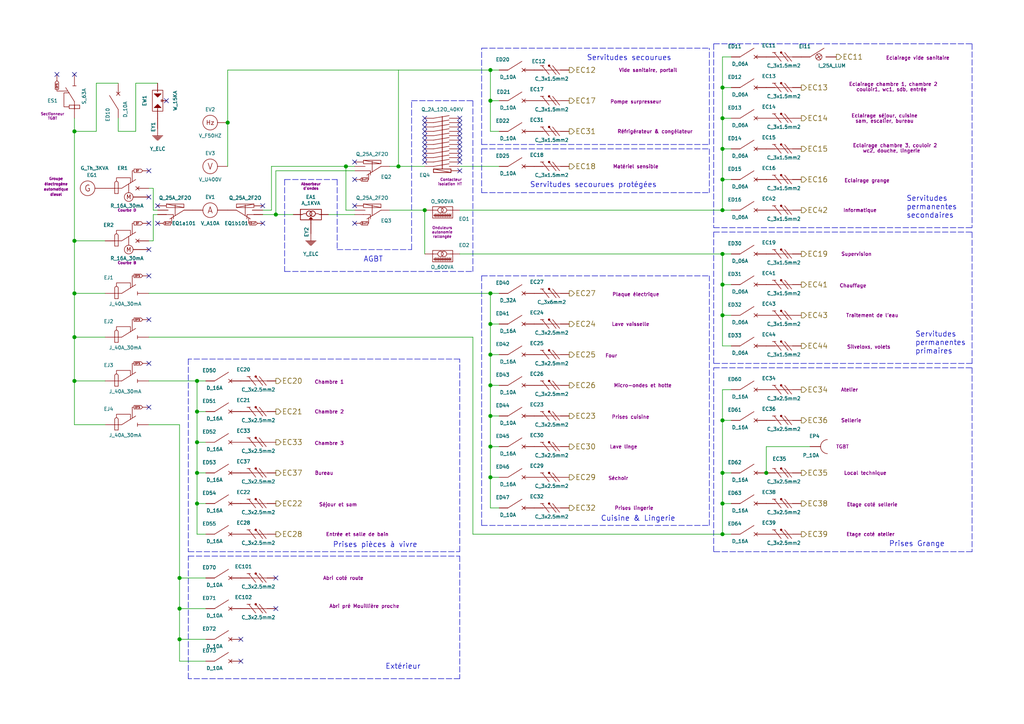
<source format=kicad_sch>
(kicad_sch (version 20230121) (generator eeschema)
  (paper "A4")
  (title_block (title "Exemple librairie elec-unifil") (date "4 jan 2006") (rev "0.3") (comment 1 "Applications pour Electricite"))
  (junction (at 209.55 52.07) (diameter 1.016))
  (junction (at 142.24 120.65) (diameter 1.016))
  (junction (at 57.15 110.49) (diameter 1.016))
  (junction (at 142.24 129.54) (diameter 1.016))
  (junction (at 209.55 121.92) (diameter 1.016))
  (junction (at 57.15 137.16) (diameter 1.016))
  (junction (at 80.01 62.23) (diameter 1.016))
  (junction (at 209.55 25.4) (diameter 1.016))
  (junction (at 21.59 85.09) (diameter 1.016))
  (junction (at 209.55 73.66) (diameter 1.016))
  (junction (at 209.55 154.94) (diameter 1.016))
  (junction (at 209.55 91.44) (diameter 1.016))
  (junction (at 21.59 110.49) (diameter 1.016))
  (junction (at 57.15 128.27) (diameter 1.016))
  (junction (at 21.59 69.85) (diameter 1.016))
  (junction (at 115.57 48.26) (diameter 1.016))
  (junction (at 142.24 102.87) (diameter 1.016))
  (junction (at 142.24 29.21) (diameter 1.016))
  (junction (at 66.04 35.56) (diameter 1.016))
  (junction (at 209.55 43.18) (diameter 1.016))
  (junction (at 21.59 38.1) (diameter 1.016))
  (junction (at 100.33 48.26) (diameter 1.016))
  (junction (at 209.55 82.55) (diameter 1.016))
  (junction (at 142.24 20.32) (diameter 1.016))
  (junction (at 142.24 111.76) (diameter 1.016))
  (junction (at 209.55 146.05) (diameter 1.016))
  (junction (at 21.59 97.79) (diameter 1.016))
  (junction (at 57.15 146.05) (diameter 1.016))
  (junction (at 142.24 138.43) (diameter 1.016))
  (junction (at 142.24 85.09) (diameter 1.016))
  (junction (at 222.25 137.16) (diameter 1.016))
  (junction (at 209.55 34.29) (diameter 1.016))
  (junction (at 123.19 60.96) (diameter 1.016))
  (junction (at 52.07 185.42) (diameter 1.016))
  (junction (at 52.07 167.64) (diameter 1.016))
  (junction (at 57.15 119.38) (diameter 1.016))
  (junction (at 209.55 60.96) (diameter 1.016))
  (junction (at 142.24 93.98) (diameter 1.016))
  (junction (at 52.07 176.53) (diameter 1.016))
  (junction (at 209.55 137.16) (diameter 1.016))
  (no_connect (at 123.19 40.64))
  (no_connect (at 45.72 59.69))
  (no_connect (at 76.2 64.77))
  (no_connect (at 43.18 49.53))
  (no_connect (at 43.18 105.41))
  (no_connect (at 133.35 44.45))
  (no_connect (at 43.18 118.11))
  (no_connect (at 102.87 64.77))
  (no_connect (at 21.59 21.59))
  (no_connect (at 80.01 176.53))
  (no_connect (at 69.85 191.77))
  (no_connect (at 102.87 52.07))
  (no_connect (at 102.87 46.99))
  (no_connect (at 48.26 29.21))
  (no_connect (at 123.19 35.56))
  (no_connect (at 133.35 38.1))
  (no_connect (at 123.19 34.29))
  (no_connect (at 123.19 43.18))
  (no_connect (at 123.19 41.91))
  (no_connect (at 123.19 39.37))
  (no_connect (at 123.19 38.1))
  (no_connect (at 43.18 80.01))
  (no_connect (at 133.35 39.37))
  (no_connect (at 43.18 92.71))
  (no_connect (at 133.35 43.18))
  (no_connect (at 123.19 44.45))
  (no_connect (at 133.35 40.64))
  (no_connect (at 43.18 57.15))
  (no_connect (at 80.01 167.64))
  (no_connect (at 45.72 64.77))
  (no_connect (at 133.35 49.53))
  (no_connect (at 102.87 59.69))
  (no_connect (at 123.19 36.83))
  (no_connect (at 133.35 46.99))
  (no_connect (at 133.35 34.29))
  (no_connect (at 133.35 35.56))
  (no_connect (at 43.18 72.39))
  (no_connect (at 43.18 64.77))
  (no_connect (at 133.35 45.72))
  (no_connect (at 69.85 185.42))
  (no_connect (at 76.2 59.69))
  (no_connect (at 133.35 36.83))
  (no_connect (at 123.19 46.99))
  (no_connect (at 16.51 21.59))
  (no_connect (at 123.19 45.72))
  (no_connect (at 133.35 41.91))
  (wire (pts (xy 21.59 110.49) (xy 30.48 110.49)))
  (wire (pts (xy 209.55 34.29) (xy 212.09 34.29)))
  (wire (pts (xy 21.59 97.79) (xy 21.59 110.49)))
  (wire (pts (xy 212.09 137.16) (xy 209.55 137.16)))
  (wire (pts (xy 142.24 29.21) (xy 142.24 38.1)))
  (wire (pts (xy 57.15 119.38) (xy 57.15 128.27)))
  (wire (pts (xy 21.59 97.79) (xy 30.48 97.79)))
  (wire (pts (xy 142.24 85.09) (xy 144.78 85.09)))
  (wire (pts (xy 142.24 102.87) (xy 144.78 102.87)))
  (wire (pts (xy 100.33 48.26) (xy 100.33 60.96)))
  (polyline (pts (xy 281.94 67.31) (xy 281.94 105.41)) (stroke (width 0) (type dash)))
  (polyline (pts (xy 97.79 72.39) (xy 119.38 72.39)) (stroke (width 0) (type dash)))
  (wire (pts (xy 21.59 38.1) (xy 27.94 38.1)))
  (wire (pts (xy 76.2 62.23) (xy 80.01 62.23)))
  (wire (pts (xy 57.15 137.16) (xy 59.69 137.16)))
  (wire (pts (xy 133.35 60.96) (xy 209.55 60.96)))
  (polyline (pts (xy 82.55 52.07) (xy 97.79 52.07)) (stroke (width 0) (type dash)))
  (wire (pts (xy 142.24 20.32) (xy 144.78 20.32)))
  (wire (pts (xy 44.45 69.85) (xy 44.45 62.23)))
  (wire (pts (xy 142.24 138.43) (xy 144.78 138.43)))
  (wire (pts (xy 209.55 154.94) (xy 212.09 154.94)))
  (wire (pts (xy 43.18 97.79) (xy 137.16 97.79)))
  (wire (pts (xy 21.59 85.09) (xy 30.48 85.09)))
  (wire (pts (xy 44.45 54.61) (xy 44.45 60.96)))
  (wire (pts (xy 59.69 185.42) (xy 52.07 185.42)))
  (wire (pts (xy 95.25 62.23) (xy 102.87 62.23)))
  (polyline (pts (xy 281.94 106.68) (xy 281.94 160.02)) (stroke (width 0) (type dash)))
  (wire (pts (xy 57.15 154.94) (xy 59.69 154.94)))
  (wire (pts (xy 57.15 110.49) (xy 59.69 110.49)))
  (wire (pts (xy 142.24 93.98) (xy 142.24 102.87)))
  (wire (pts (xy 66.04 20.32) (xy 66.04 35.56)))
  (wire (pts (xy 137.16 154.94) (xy 209.55 154.94)))
  (polyline (pts (xy 207.01 67.31) (xy 281.94 67.31)) (stroke (width 0) (type dash)))
  (wire (pts (xy 209.55 52.07) (xy 209.55 60.96)))
  (polyline (pts (xy 139.7 13.97) (xy 205.74 13.97)) (stroke (width 0) (type dash)))
  (wire (pts (xy 57.15 137.16) (xy 57.15 146.05)))
  (wire (pts (xy 34.29 34.29) (xy 34.29 38.1)))
  (wire (pts (xy 80.01 62.23) (xy 85.09 62.23)))
  (polyline (pts (xy 205.74 43.18) (xy 205.74 55.88)) (stroke (width 0) (type dash)))
  (wire (pts (xy 115.57 48.26) (xy 123.19 48.26)))
  (wire (pts (xy 43.18 123.19) (xy 52.07 123.19)))
  (wire (pts (xy 209.55 73.66) (xy 209.55 82.55)))
  (polyline (pts (xy 139.7 55.88) (xy 205.74 55.88)) (stroke (width 0) (type dash)))
  (wire (pts (xy 123.19 60.96) (xy 123.19 73.66)))
  (wire (pts (xy 142.24 111.76) (xy 142.24 120.65)))
  (wire (pts (xy 21.59 110.49) (xy 21.59 123.19)))
  (polyline (pts (xy 133.35 161.29) (xy 133.35 196.85)) (stroke (width 0) (type dash)))
  (wire (pts (xy 209.55 43.18) (xy 209.55 52.07)))
  (polyline (pts (xy 281.94 160.02) (xy 207.01 160.02)) (stroke (width 0) (type dash)))
  (wire (pts (xy 212.09 121.92) (xy 209.55 121.92)))
  (wire (pts (xy 209.55 100.33) (xy 212.09 100.33)))
  (wire (pts (xy 21.59 85.09) (xy 21.59 97.79)))
  (wire (pts (xy 52.07 191.77) (xy 59.69 191.77)))
  (wire (pts (xy 212.09 146.05) (xy 209.55 146.05)))
  (wire (pts (xy 142.24 129.54) (xy 144.78 129.54)))
  (wire (pts (xy 113.03 60.96) (xy 123.19 60.96)))
  (wire (pts (xy 142.24 111.76) (xy 144.78 111.76)))
  (polyline (pts (xy 281.94 12.7) (xy 281.94 66.04)) (stroke (width 0) (type dash)))
  (wire (pts (xy 212.09 113.03) (xy 209.55 113.03)))
  (polyline (pts (xy 54.61 160.02) (xy 133.35 160.02)) (stroke (width 0) (type dash)))
  (wire (pts (xy 209.55 16.51) (xy 209.55 25.4)))
  (wire (pts (xy 209.55 137.16) (xy 209.55 146.05)))
  (wire (pts (xy 59.69 119.38) (xy 57.15 119.38)))
  (wire (pts (xy 34.29 38.1) (xy 39.37 38.1)))
  (wire (pts (xy 27.94 38.1) (xy 27.94 24.13)))
  (wire (pts (xy 142.24 38.1) (xy 144.78 38.1)))
  (wire (pts (xy 21.59 38.1) (xy 21.59 69.85)))
  (polyline (pts (xy 139.7 41.91) (xy 205.74 41.91)) (stroke (width 0) (type dash)))
  (wire (pts (xy 52.07 123.19) (xy 52.07 167.64)))
  (polyline (pts (xy 133.35 196.85) (xy 54.61 196.85)) (stroke (width 0) (type dash)))
  (wire (pts (xy 209.55 121.92) (xy 209.55 137.16)))
  (wire (pts (xy 142.24 85.09) (xy 142.24 93.98)))
  (polyline (pts (xy 207.01 106.68) (xy 281.94 106.68)) (stroke (width 0) (type dash)))
  (wire (pts (xy 209.55 25.4) (xy 212.09 25.4)))
  (wire (pts (xy 222.25 129.54) (xy 222.25 137.16)))
  (polyline (pts (xy 137.16 29.21) (xy 137.16 78.74)) (stroke (width 0) (type dash)))
  (polyline (pts (xy 207.01 105.41) (xy 207.01 67.31)) (stroke (width 0) (type dash)))
  (wire (pts (xy 43.18 110.49) (xy 57.15 110.49)))
  (wire (pts (xy 59.69 176.53) (xy 52.07 176.53)))
  (wire (pts (xy 115.57 20.32) (xy 115.57 48.26)))
  (polyline (pts (xy 207.01 66.04) (xy 281.94 66.04)) (stroke (width 0) (type dash)))
  (wire (pts (xy 137.16 97.79) (xy 137.16 154.94)))
  (wire (pts (xy 66.04 35.56) (xy 66.04 48.26)))
  (polyline (pts (xy 139.7 152.4) (xy 205.74 152.4)) (stroke (width 0) (type dash)))
  (polyline (pts (xy 133.35 160.02) (xy 133.35 104.14)) (stroke (width 0) (type dash)))
  (wire (pts (xy 212.09 16.51) (xy 209.55 16.51)))
  (wire (pts (xy 44.45 62.23) (xy 45.72 62.23)))
  (wire (pts (xy 209.55 91.44) (xy 209.55 100.33)))
  (wire (pts (xy 142.24 29.21) (xy 144.78 29.21)))
  (wire (pts (xy 44.45 60.96) (xy 45.72 60.96)))
  (wire (pts (xy 212.09 82.55) (xy 209.55 82.55)))
  (wire (pts (xy 39.37 38.1) (xy 39.37 24.13)))
  (wire (pts (xy 142.24 129.54) (xy 142.24 138.43)))
  (polyline (pts (xy 207.01 12.7) (xy 207.01 66.04)) (stroke (width 0) (type dash)))
  (wire (pts (xy 57.15 146.05) (xy 59.69 146.05)))
  (wire (pts (xy 21.59 123.19) (xy 30.48 123.19)))
  (wire (pts (xy 78.74 48.26) (xy 100.33 48.26)))
  (wire (pts (xy 209.55 60.96) (xy 212.09 60.96)))
  (wire (pts (xy 76.2 60.96) (xy 78.74 60.96)))
  (wire (pts (xy 27.94 24.13) (xy 34.29 24.13)))
  (wire (pts (xy 133.35 73.66) (xy 209.55 73.66)))
  (polyline (pts (xy 133.35 104.14) (xy 54.61 104.14)) (stroke (width 0) (type dash)))
  (wire (pts (xy 52.07 185.42) (xy 52.07 191.77)))
  (wire (pts (xy 80.01 62.23) (xy 80.01 49.53)))
  (wire (pts (xy 43.18 54.61) (xy 44.45 54.61)))
  (wire (pts (xy 57.15 128.27) (xy 59.69 128.27)))
  (wire (pts (xy 43.18 69.85) (xy 44.45 69.85)))
  (wire (pts (xy 209.55 73.66) (xy 212.09 73.66)))
  (wire (pts (xy 43.18 85.09) (xy 142.24 85.09)))
  (wire (pts (xy 100.33 48.26) (xy 102.87 48.26)))
  (polyline (pts (xy 139.7 152.4) (xy 139.7 80.01)) (stroke (width 0) (type dash)))
  (polyline (pts (xy 54.61 161.29) (xy 133.35 161.29)) (stroke (width 0) (type dash)))
  (wire (pts (xy 80.01 49.53) (xy 102.87 49.53)))
  (wire (pts (xy 57.15 128.27) (xy 57.15 137.16)))
  (polyline (pts (xy 119.38 72.39) (xy 119.38 29.21)) (stroke (width 0) (type dash)))
  (wire (pts (xy 209.55 82.55) (xy 209.55 91.44)))
  (polyline (pts (xy 139.7 43.18) (xy 205.74 43.18)) (stroke (width 0) (type dash)))
  (wire (pts (xy 78.74 60.96) (xy 78.74 48.26)))
  (polyline (pts (xy 281.94 105.41) (xy 207.01 105.41)) (stroke (width 0) (type dash)))
  (wire (pts (xy 142.24 138.43) (xy 142.24 147.32)))
  (polyline (pts (xy 54.61 196.85) (xy 54.61 161.29)) (stroke (width 0) (type dash)))
  (wire (pts (xy 21.59 69.85) (xy 21.59 85.09)))
  (polyline (pts (xy 82.55 52.07) (xy 82.55 78.74)) (stroke (width 0) (type dash)))
  (wire (pts (xy 209.55 146.05) (xy 209.55 154.94)))
  (polyline (pts (xy 205.74 41.91) (xy 205.74 13.97)) (stroke (width 0) (type dash)))
  (wire (pts (xy 57.15 146.05) (xy 57.15 154.94)))
  (polyline (pts (xy 119.38 29.21) (xy 137.16 29.21)) (stroke (width 0) (type dash)))
  (polyline (pts (xy 82.55 78.74) (xy 137.16 78.74)) (stroke (width 0) (type dash)))
  (wire (pts (xy 39.37 24.13) (xy 45.72 24.13)))
  (polyline (pts (xy 205.74 152.4) (xy 205.74 80.01)) (stroke (width 0) (type dash)))
  (polyline (pts (xy 54.61 104.14) (xy 54.61 160.02)) (stroke (width 0) (type dash)))
  (wire (pts (xy 66.04 20.32) (xy 142.24 20.32)))
  (wire (pts (xy 209.55 113.03) (xy 209.55 121.92)))
  (wire (pts (xy 21.59 34.29) (xy 21.59 38.1)))
  (wire (pts (xy 133.35 48.26) (xy 144.78 48.26)))
  (polyline (pts (xy 139.7 80.01) (xy 205.74 80.01)) (stroke (width 0) (type dash)))
  (wire (pts (xy 209.55 34.29) (xy 209.55 43.18)))
  (wire (pts (xy 144.78 93.98) (xy 142.24 93.98)))
  (wire (pts (xy 113.03 48.26) (xy 115.57 48.26)))
  (wire (pts (xy 209.55 43.18) (xy 212.09 43.18)))
  (wire (pts (xy 21.59 69.85) (xy 30.48 69.85)))
  (wire (pts (xy 142.24 147.32) (xy 144.78 147.32)))
  (polyline (pts (xy 207.01 160.02) (xy 207.01 106.68)) (stroke (width 0) (type dash)))
  (wire (pts (xy 142.24 102.87) (xy 142.24 111.76)))
  (wire (pts (xy 142.24 120.65) (xy 142.24 129.54)))
  (wire (pts (xy 59.69 167.64) (xy 52.07 167.64)))
  (wire (pts (xy 57.15 110.49) (xy 57.15 119.38)))
  (wire (pts (xy 100.33 60.96) (xy 102.87 60.96)))
  (polyline (pts (xy 139.7 41.91) (xy 139.7 13.97)) (stroke (width 0) (type dash)))
  (polyline (pts (xy 207.01 12.7) (xy 281.94 12.7)) (stroke (width 0) (type dash)))
  (polyline (pts (xy 97.79 52.07) (xy 97.79 72.39)) (stroke (width 0) (type dash)))
  (wire (pts (xy 52.07 176.53) (xy 52.07 185.42)))
  (wire (pts (xy 209.55 52.07) (xy 212.09 52.07)))
  (wire (pts (xy 52.07 167.64) (xy 52.07 176.53)))
  (wire (pts (xy 212.09 91.44) (xy 209.55 91.44)))
  (wire (pts (xy 234.95 129.54) (xy 222.25 129.54)))
  (polyline (pts (xy 139.7 43.18) (xy 139.7 55.88)) (stroke (width 0) (type dash)))
  (wire (pts (xy 142.24 120.65) (xy 144.78 120.65)))
  (wire (pts (xy 209.55 25.4) (xy 209.55 34.29)))
  (wire (pts (xy 142.24 20.32) (xy 142.24 29.21)))
  (text "Servitudes secourues protégées" (at 153.67 54.61 0) (effects (font (size 1.524 1.524)) (justify left bottom)))
  (text "Extérieur" (at 111.76 194.31 0) (effects (font (size 1.524 1.524)) (justify left bottom)))
  (text "Servitudes\npermanentes\nprimaires" (at 265.43 102.87 0) (effects (font (size 1.524 1.524)) (justify left bottom)))
  (text "Servitudes\npermanentes\nsecondaires" (at 262.89 63.5 0) (effects (font (size 1.524 1.524)) (justify left bottom)))
  (text "Prises Grange" (at 257.81 158.75 0) (effects (font (size 1.524 1.524)) (justify left bottom)))
  (text "Servitudes secourues" (at 170.18 17.78 0) (effects (font (size 1.524 1.524)) (justify left bottom)))
  (text "Cuisine & Lingerie" (at 174.244 151.384 0) (effects (font (size 1.524 1.524)) (justify left bottom)))
  (text "AGBT" (at 105.41 76.2 0) (effects (font (size 1.524 1.524)) (justify left bottom)))
  (text "Prises pièces à vivre" (at 96.52 159.004 0) (effects (font (size 1.524 1.524)) (justify left bottom)))
  (hierarchical_label "EC29" (shape output) (at 165.1 138.43 0) (effects (font (size 1.524 1.524))))
  (hierarchical_label "EC31" (shape output) (at 165.1 38.1 0) (effects (font (size 1.524 1.524))))
  (hierarchical_label "EC43" (shape output) (at 232.41 91.44 0) (effects (font (size 1.524 1.524))))
  (hierarchical_label "EC27" (shape output) (at 165.1 85.09 0) (effects (font (size 1.524 1.524))))
  (hierarchical_label "EC20" (shape output) (at 80.01 110.49 0) (effects (font (size 1.524 1.524))))
  (hierarchical_label "EC41" (shape output) (at 232.41 82.55 0) (effects (font (size 1.524 1.524))))
  (hierarchical_label "EC42" (shape output) (at 232.41 60.96 0) (effects (font (size 1.524 1.524))))
  (hierarchical_label "EC35" (shape output) (at 232.41 137.16 0) (effects (font (size 1.524 1.524))))
  (hierarchical_label "EC36" (shape output) (at 232.41 121.92 0) (effects (font (size 1.524 1.524))))
  (hierarchical_label "EC13" (shape output) (at 232.41 25.4 0) (effects (font (size 1.524 1.524))))
  (hierarchical_label "EC11" (shape output) (at 242.57 16.51 0) (effects (font (size 1.524 1.524))))
  (hierarchical_label "EC14" (shape output) (at 232.41 34.29 0) (effects (font (size 1.524 1.524))))
  (hierarchical_label "EC39" (shape output) (at 232.41 154.94 0) (effects (font (size 1.524 1.524))))
  (hierarchical_label "EC18" (shape output) (at 165.1 48.26 0) (effects (font (size 1.524 1.524))))
  (hierarchical_label "EC25" (shape output) (at 165.1 102.87 0) (effects (font (size 1.524 1.524))))
  (hierarchical_label "EC12" (shape output) (at 165.1 20.32 0) (effects (font (size 1.524 1.524))))
  (hierarchical_label "EC26" (shape output) (at 165.1 111.76 0) (effects (font (size 1.524 1.524))))
  (hierarchical_label "EC33" (shape output) (at 80.01 128.27 0) (effects (font (size 1.524 1.524))))
  (hierarchical_label "EC44" (shape output) (at 232.41 100.33 0) (effects (font (size 1.524 1.524))))
  (hierarchical_label "EC19" (shape output) (at 232.41 73.66 0) (effects (font (size 1.524 1.524))))
  (hierarchical_label "EC17" (shape output) (at 165.1 29.21 0) (effects (font (size 1.524 1.524))))
  (hierarchical_label "EC28" (shape output) (at 80.01 154.94 0) (effects (font (size 1.524 1.524))))
  (hierarchical_label "EC24" (shape output) (at 165.1 93.98 0) (effects (font (size 1.524 1.524))))
  (hierarchical_label "EC38" (shape output) (at 232.41 146.05 0) (effects (font (size 1.524 1.524))))
  (hierarchical_label "EC30" (shape output) (at 165.1 129.54 0) (effects (font (size 1.524 1.524))))
  (hierarchical_label "EC15" (shape output) (at 232.41 43.18 0) (effects (font (size 1.524 1.524))))
  (hierarchical_label "EC32" (shape output) (at 165.1 147.32 0) (effects (font (size 1.524 1.524))))
  (hierarchical_label "EC37" (shape output) (at 80.01 137.16 0) (effects (font (size 1.524 1.524))))
  (hierarchical_label "EC34" (shape output) (at 232.41 113.03 0) (effects (font (size 1.524 1.524))))
  (hierarchical_label "EC23" (shape output) (at 165.1 120.65 0) (effects (font (size 1.524 1.524))))
  (hierarchical_label "EC16" (shape output) (at 232.41 52.07 0) (effects (font (size 1.524 1.524))))
  (hierarchical_label "EC21" (shape output) (at 80.01 119.38 0) (effects (font (size 1.524 1.524))))
  (hierarchical_label "EC22" (shape output) (at 80.01 146.05 0) (effects (font (size 1.524 1.524))))
  (symbol (lib_id "elec-unifil:D_10A") (at 34.29 29.21 90) (unit 1)
    (property "Reference" "ED10" (at 31.242 33.274 0) (effects (font (size 1.016 1.016))))
    (property "Value" "D_10A" (at 36.322 31.75 0) (effects (font (size 1.016 1.016))))
  )
  (symbol (lib_id "elec-unifil:W_15KA") (at 45.72 29.21 90) (unit 1)
    (property "Reference" "EW1" (at 41.91 29.21 0) (effects (font (size 1.016 1.016))))
    (property "Value" "W_15KA" (at 50.8 29.21 0) (effects (font (size 1.016 1.016))))
  )
  (symbol (lib_name "elec-unifil:Y_ELC_1") (lib_id "elec-unifil:Y_ELC") (at 45.72 39.37 90) (unit 1)
    (property "Reference" "EY1" (at 44.45 36.83 0) (effects (font (size 1.016 1.016))))
    (property "Value" "Y_ELC" (at 45.72 43.18 90) (effects (font (size 1.016 1.016))))
  )
  (symbol (lib_id "elec-unifil:S_63A") (at 21.59 27.94 90) (unit 1)
    (property "Reference" "ES1" (at 15.24 29.21 90) (effects (font (size 1.016 1.016))))
    (property "Value" "S_63A" (at 24.384 27.94 0) (effects (font (size 1.016 1.016))))
    (property "Footprint" "Sectionneur" (at 15.24 33.02 90) (effects (font (size 0.762 0.762))))
    (property "Datasheet" "TGBT" (at 15.24 34.29 90) (effects (font (size 0.762 0.762))))
  )
  (symbol (lib_id "elec-unifil:G_Th_3KVA") (at 25.4 54.61 0) (unit 1)
    (property "Reference" "EG1" (at 26.67 50.8 0) (effects (font (size 1.016 1.016))))
    (property "Value" "G_Th_3KVA" (at 27.432 48.768 0) (effects (font (size 1.016 1.016))))
    (property "Footprint" "Groupe" (at 16.256 51.816 0) (effects (font (size 0.762 0.762))))
    (property "Datasheet" "électrogène" (at 16.256 53.34 0) (effects (font (size 0.762 0.762))))
    (property "Champ4" "automatique" (at 16.256 54.864 0) (effects (font (size 0.762 0.762))))
    (property "Champ5" "diesel" (at 16.256 56.388 0) (effects (font (size 0.762 0.762))))
  )
  (symbol (lib_id "elec-unifil:R_16A_30mA") (at 36.83 54.61 0) (unit 1)
    (property "Reference" "ER1" (at 35.56 48.768 0) (effects (font (size 1.016 1.016))))
    (property "Value" "R_16A_30mA" (at 36.83 59.69 0) (effects (font (size 1.016 1.016))))
    (property "Footprint" "Courbe D" (at 36.83 60.96 0) (effects (font (size 0.762 0.762))))
  )
  (symbol (lib_id "elec-unifil:R_16A_30mA") (at 36.83 69.85 0) (unit 1)
    (property "Reference" "ER2" (at 31.496 65.278 0) (effects (font (size 1.016 1.016))))
    (property "Value" "R_16A_30mA" (at 36.83 74.93 0) (effects (font (size 1.016 1.016))))
    (property "Footprint" "Courbe B" (at 36.83 76.2 0) (effects (font (size 0.762 0.762))))
  )
  (symbol (lib_id "elec-unifil:J_40A_30mA") (at 36.83 85.09 0) (unit 1)
    (property "Reference" "EJ1" (at 31.496 80.518 0) (effects (font (size 1.016 1.016))))
    (property "Value" "J_40A_30mA" (at 36.322 88.138 0) (effects (font (size 1.016 1.016))))
  )
  (symbol (lib_id "elec-unifil:J_40A_30mA") (at 36.83 97.79 0) (unit 1)
    (property "Reference" "EJ2" (at 31.496 93.218 0) (effects (font (size 1.016 1.016))))
    (property "Value" "J_40A_30mA" (at 36.322 100.838 0) (effects (font (size 1.016 1.016))))
  )
  (symbol (lib_id "elec-unifil:J_40A_30mA") (at 36.83 110.49 0) (unit 1)
    (property "Reference" "EJ3" (at 31.496 105.918 0) (effects (font (size 1.016 1.016))))
    (property "Value" "J_40A_30mA" (at 36.322 113.538 0) (effects (font (size 1.016 1.016))))
  )
  (symbol (lib_id "elec-unifil:J_40A_30mA") (at 36.83 123.19 0) (unit 1)
    (property "Reference" "EJ4" (at 31.496 118.618 0) (effects (font (size 1.016 1.016))))
    (property "Value" "J_40A_30mA" (at 36.322 126.238 0) (effects (font (size 1.016 1.016))))
  )
  (symbol (lib_name "elec-unifil:Q_25A_2F2O_1") (lib_id "elec-unifil:Q_25A_2F2O") (at 50.8 60.96 180) (unit 1)
    (property "Reference" "EQ1a101" (at 53.34 64.77 0) (effects (font (size 1.016 1.016))))
    (property "Value" "Q_25A_2F2O" (at 50.8 57.404 0) (effects (font (size 1.016 1.016))))
  )
  (symbol (lib_id "elec-unifil:V_A10A") (at 60.96 60.96 0) (unit 1)
    (property "Reference" "EV1" (at 60.96 57.15 0) (effects (font (size 1.016 1.016))))
    (property "Value" "V_A10A" (at 60.96 64.77 0) (effects (font (size 1.016 1.016))))
  )
  (symbol (lib_id "elec-unifil:Q_25A_2F2O") (at 71.12 60.96 0) (mirror x) (unit 1)
    (property "Reference" "EQ1b101" (at 68.58 64.77 0) (effects (font (size 1.016 1.016))))
    (property "Value" "Q_25A_2F2O" (at 71.12 57.404 0) (effects (font (size 1.016 1.016))))
  )
  (symbol (lib_name "elec-unifil:Q_25A_2F2O_3") (lib_id "elec-unifil:Q_25A_2F2O") (at 107.95 60.96 180) (unit 1)
    (property "Reference" "EQ3" (at 112.014 64.008 0) (effects (font (size 1.016 1.016))))
    (property "Value" "Q_25A_2F2O" (at 107.95 57.404 0) (effects (font (size 1.016 1.016))))
  )
  (symbol (lib_name "elec-unifil:Q_25A_2F2O_2") (lib_id "elec-unifil:Q_25A_2F2O") (at 107.95 48.26 180) (unit 1)
    (property "Reference" "EQ2" (at 112.014 51.308 0) (effects (font (size 1.016 1.016))))
    (property "Value" "Q_25A_2F2O" (at 107.95 44.704 0) (effects (font (size 1.016 1.016))))
  )
  (symbol (lib_id "elec-unifil:A_1KVA") (at 90.17 62.23 0) (unit 1)
    (property "Reference" "EA1" (at 90.17 57.15 0) (effects (font (size 1.016 1.016))))
    (property "Value" "A_1KVA" (at 90.17 58.928 0) (effects (font (size 1.016 1.016))))
    (property "Footprint" "Absorbeur" (at 90.17 53.34 0) (effects (font (size 0.762 0.762))))
    (property "Datasheet" "d'ondes" (at 90.17 54.61 0) (effects (font (size 0.762 0.762))))
  )
  (symbol (lib_id "elec-unifil:Y_ELC") (at 90.17 69.85 90) (unit 1)
    (property "Reference" "EY2" (at 88.9 67.31 0) (effects (font (size 1.016 1.016))))
    (property "Value" "Y_ELC" (at 90.17 73.66 90) (effects (font (size 1.016 1.016))))
  )
  (symbol (lib_id "elec-unifil:V_U400V") (at 60.96 48.26 0) (unit 1)
    (property "Reference" "EV3" (at 60.96 44.45 0) (effects (font (size 1.016 1.016))))
    (property "Value" "V_U400V" (at 60.96 52.07 0) (effects (font (size 1.016 1.016))))
  )
  (symbol (lib_id "elec-unifil:V_F50Hz") (at 60.96 35.56 0) (unit 1)
    (property "Reference" "EV2" (at 60.96 31.75 0) (effects (font (size 1.016 1.016))))
    (property "Value" "V_F50HZ" (at 60.96 39.37 0) (effects (font (size 1.016 1.016))))
  )
  (symbol (lib_id "elec-unifil:Q_2A_12O_40KV") (at 128.27 34.29 0) (unit 1)
    (property "Reference" "EQ4" (at 123.19 50.8 0) (effects (font (size 1.016 1.016))))
    (property "Value" "Q_2A_12O_40KV" (at 128.27 31.75 0) (effects (font (size 1.016 1.016))))
    (property "Footprint" "Contacteur" (at 130.81 52.07 0) (effects (font (size 0.762 0.762))))
    (property "Datasheet" "isolation HT " (at 130.81 53.34 0) (effects (font (size 0.762 0.762))))
  )
  (symbol (lib_id "elec-unifil:O_900VA") (at 128.27 60.96 0) (unit 1)
    (property "Reference" "EO1" (at 134.62 63.5 0) (effects (font (size 1.016 1.016))))
    (property "Value" "O_900VA" (at 128.27 58.42 0) (effects (font (size 1.016 1.016))))
    (property "Footprint" "Onduleurs" (at 128.27 66.04 0) (effects (font (size 0.762 0.762))))
    (property "Datasheet" "autonomie" (at 128.27 67.31 0) (effects (font (size 0.762 0.762))))
    (property "Champ4" "rallongée" (at 128.27 68.58 0) (effects (font (size 0.762 0.762))))
  )
  (symbol (lib_id "elec-unifil:O_600VA") (at 128.27 73.66 0) (unit 1)
    (property "Reference" "EO2" (at 134.62 71.12 0) (effects (font (size 1.016 1.016))))
    (property "Value" "O_600VA" (at 128.27 77.47 0) (effects (font (size 1.016 1.016))))
  )
  (symbol (lib_id "elec-unifil:D_10A") (at 64.77 167.64 0) (unit 1)
    (property "Reference" "ED70" (at 60.706 164.592 0) (effects (font (size 1.016 1.016))))
    (property "Value" "D_10A" (at 62.23 169.672 0) (effects (font (size 1.016 1.016))))
    (property "Footprint" "Abri coté route" (at 99.568 167.64 0) (effects (font (size 1.016 1.016))))
  )
  (symbol (lib_id "elec-unifil:D_10A") (at 64.77 176.53 0) (unit 1)
    (property "Reference" "ED71" (at 60.706 173.482 0) (effects (font (size 1.016 1.016))))
    (property "Value" "D_10A" (at 62.23 178.562 0) (effects (font (size 1.016 1.016))))
    (property "Footprint" "Abri pré Mouillière proche" (at 105.664 175.768 0) (effects (font (size 1.016 1.016))))
  )
  (symbol (lib_id "elec-unifil:D_10A") (at 64.77 185.42 0) (unit 1)
    (property "Reference" "ED72" (at 60.706 182.372 0) (effects (font (size 1.016 1.016))))
    (property "Value" "D_10A" (at 62.23 187.452 0) (effects (font (size 1.016 1.016))))
  )
  (symbol (lib_id "elec-unifil:D_10A") (at 64.77 191.77 0) (unit 1)
    (property "Reference" "ED73" (at 60.706 188.722 0) (effects (font (size 1.016 1.016))))
    (property "Value" "D_10A" (at 62.23 193.802 0) (effects (font (size 1.016 1.016))))
  )
  (symbol (lib_id "elec-unifil:D_06A") (at 217.17 43.18 0) (unit 1)
    (property "Reference" "ED14" (at 213.106 40.132 0) (effects (font (size 1.016 1.016))))
    (property "Value" "D_06A" (at 214.63 45.212 0) (effects (font (size 1.016 1.016))))
    (property "Footprint" "Eclairage chambre 3, couloir 2" (at 259.588 42.164 0) (effects (font (size 1.016 1.016))))
    (property "Datasheet" "wc2, douche, lingerie" (at 258.572 43.688 0) (effects (font (size 1.016 1.016))))
  )
  (symbol (lib_id "elec-unifil:D_06A") (at 217.17 34.29 0) (unit 1)
    (property "Reference" "ED13" (at 213.106 31.242 0) (effects (font (size 1.016 1.016))))
    (property "Value" "D_06A" (at 214.63 36.322 0) (effects (font (size 1.016 1.016))))
    (property "Footprint" "Eclairage séjour, cuisine" (at 256.54 33.528 0) (effects (font (size 1.016 1.016))))
    (property "Datasheet" "sam, escalier, bureau" (at 256.54 35.052 0) (effects (font (size 1.016 1.016))))
  )
  (symbol (lib_id "elec-unifil:D_06A") (at 217.17 60.96 0) (unit 1)
    (property "Reference" "ED16" (at 213.106 57.912 0) (effects (font (size 1.016 1.016))))
    (property "Value" "D_06A" (at 214.63 62.992 0) (effects (font (size 1.016 1.016))))
    (property "Footprint" "Informatique" (at 249.428 60.96 0) (effects (font (size 1.016 1.016))))
  )
  (symbol (lib_id "elec-unifil:D_06A") (at 217.17 52.07 0) (unit 1)
    (property "Reference" "ED15" (at 213.106 49.022 0) (effects (font (size 1.016 1.016))))
    (property "Value" "D_06A" (at 214.63 54.102 0) (effects (font (size 1.016 1.016))))
    (property "Footprint" "Eclairage grange" (at 251.46 52.324 0) (effects (font (size 1.016 1.016))))
  )
  (symbol (lib_id "elec-unifil:D_32A") (at 149.86 85.09 0) (unit 1)
    (property "Reference" "ED40" (at 145.796 82.042 0) (effects (font (size 1.016 1.016))))
    (property "Value" "D_32A" (at 147.32 87.122 0) (effects (font (size 1.016 1.016))))
    (property "Footprint" "Plaque électrique" (at 184.404 85.344 0) (effects (font (size 1.016 1.016))))
  )
  (symbol (lib_id "elec-unifil:D_16A") (at 149.86 93.98 0) (unit 1)
    (property "Reference" "ED41" (at 145.796 90.932 0) (effects (font (size 1.016 1.016))))
    (property "Value" "D_16A" (at 147.32 96.012 0) (effects (font (size 1.016 1.016))))
    (property "Footprint" "Lave vaisselle" (at 182.88 93.98 0) (effects (font (size 1.016 1.016))))
  )
  (symbol (lib_id "elec-unifil:D_16A") (at 149.86 102.87 0) (unit 1)
    (property "Reference" "ED42" (at 145.796 99.822 0) (effects (font (size 1.016 1.016))))
    (property "Value" "D_16A" (at 147.32 104.902 0) (effects (font (size 1.016 1.016))))
    (property "Footprint" "Four" (at 177.292 103.124 0) (effects (font (size 1.016 1.016))))
  )
  (symbol (lib_id "elec-unifil:D_10A") (at 149.86 111.76 0) (unit 1)
    (property "Reference" "ED43" (at 145.796 108.712 0) (effects (font (size 1.016 1.016))))
    (property "Value" "D_10A" (at 147.32 113.792 0) (effects (font (size 1.016 1.016))))
    (property "Footprint" "Micro-ondes et hotte" (at 186.436 111.76 0) (effects (font (size 1.016 1.016))))
  )
  (symbol (lib_id "elec-unifil:D_10A") (at 149.86 120.65 0) (unit 1)
    (property "Reference" "ED44" (at 145.796 117.602 0) (effects (font (size 1.016 1.016))))
    (property "Value" "D_10A" (at 147.32 122.682 0) (effects (font (size 1.016 1.016))))
    (property "Footprint" "Prises cuisine" (at 182.88 120.904 0) (effects (font (size 1.016 1.016))))
  )
  (symbol (lib_id "elec-unifil:D_16A") (at 149.86 129.54 0) (unit 1)
    (property "Reference" "ED45" (at 145.796 126.492 0) (effects (font (size 1.016 1.016))))
    (property "Value" "D_16A" (at 147.32 131.572 0) (effects (font (size 1.016 1.016))))
    (property "Footprint" "Lave linge" (at 180.848 129.54 0) (effects (font (size 1.016 1.016))))
  )
  (symbol (lib_id "elec-unifil:D_16A") (at 149.86 138.43 0) (unit 1)
    (property "Reference" "ED46" (at 145.796 135.382 0) (effects (font (size 1.016 1.016))))
    (property "Value" "D_16A" (at 147.32 140.462 0) (effects (font (size 1.016 1.016))))
    (property "Footprint" "Séchoir" (at 179.324 138.684 0) (effects (font (size 1.016 1.016))))
  )
  (symbol (lib_id "elec-unifil:D_10A") (at 149.86 147.32 0) (unit 1)
    (property "Reference" "ED47" (at 145.796 144.272 0) (effects (font (size 1.016 1.016))))
    (property "Value" "D_10A" (at 147.32 149.352 0) (effects (font (size 1.016 1.016))))
    (property "Footprint" "Prises lingerie" (at 183.896 147.32 0) (effects (font (size 1.016 1.016))))
  )
  (symbol (lib_id "elec-unifil:D_16A") (at 217.17 113.03 0) (unit 1)
    (property "Reference" "ED60" (at 213.106 109.982 0) (effects (font (size 1.016 1.016))))
    (property "Value" "D_16A" (at 214.63 115.062 0) (effects (font (size 1.016 1.016))))
    (property "Footprint" "Atelier" (at 246.38 113.03 0) (effects (font (size 1.016 1.016))))
  )
  (symbol (lib_id "elec-unifil:D_16A") (at 64.77 119.38 0) (unit 1)
    (property "Reference" "ED51" (at 60.706 116.332 0) (effects (font (size 1.016 1.016))))
    (property "Value" "D_16A" (at 62.23 121.412 0) (effects (font (size 1.016 1.016))))
    (property "Footprint" "Chambre 2" (at 95.504 119.38 0) (effects (font (size 1.016 1.016))))
  )
  (symbol (lib_id "elec-unifil:D_16A") (at 64.77 128.27 0) (unit 1)
    (property "Reference" "ED52" (at 60.706 125.222 0) (effects (font (size 1.016 1.016))))
    (property "Value" "D_16A" (at 62.23 130.302 0) (effects (font (size 1.016 1.016))))
    (property "Footprint" "Chambre 3" (at 95.504 128.524 0) (effects (font (size 1.016 1.016))))
  )
  (symbol (lib_id "elec-unifil:D_16A") (at 64.77 137.16 0) (unit 1)
    (property "Reference" "ED53" (at 60.706 134.112 0) (effects (font (size 1.016 1.016))))
    (property "Value" "D_16A" (at 62.23 139.192 0) (effects (font (size 1.016 1.016))))
    (property "Footprint" "Bureau" (at 93.98 137.16 0) (effects (font (size 1.016 1.016))))
  )
  (symbol (lib_id "elec-unifil:D_16A") (at 217.17 154.94 0) (unit 1)
    (property "Reference" "ED64" (at 213.106 151.892 0) (effects (font (size 1.016 1.016))))
    (property "Value" "D_16A" (at 214.63 156.972 0) (effects (font (size 1.016 1.016))))
    (property "Footprint" "Etage coté atelier" (at 252.476 154.94 0) (effects (font (size 1.016 1.016))))
  )
  (symbol (lib_id "elec-unifil:D_16A") (at 64.77 154.94 0) (unit 1)
    (property "Reference" "ED55" (at 60.706 151.892 0) (effects (font (size 1.016 1.016))))
    (property "Value" "D_16A" (at 62.23 156.972 0) (effects (font (size 1.016 1.016))))
    (property "Footprint" "Entrée et salle de bain" (at 103.632 154.94 0) (effects (font (size 1.016 1.016))))
  )
  (symbol (lib_id "elec-unifil:C_3x1.5mm2") (at 160.02 20.32 0) (unit 1)
    (property "Reference" "EC12" (at 156.21 17.78 0) (effects (font (size 1.016 1.016))))
    (property "Value" "C_3x1.5mm2" (at 160.02 22.86 0) (effects (font (size 1.016 1.016))))
  )
  (symbol (lib_id "elec-unifil:C_3x1.5mm2") (at 227.33 16.51 0) (unit 1)
    (property "Reference" "EC11" (at 223.012 13.208 0) (effects (font (size 1.016 1.016))))
    (property "Value" "C_3x1.5mm2" (at 227.33 19.05 0) (effects (font (size 1.016 1.016))))
  )
  (symbol (lib_id "elec-unifil:C_3x1.5mm2") (at 227.33 82.55 0) (unit 1)
    (property "Reference" "EC41" (at 223.012 79.248 0) (effects (font (size 1.016 1.016))))
    (property "Value" "C_3x1.5mm2" (at 227.33 85.09 0) (effects (font (size 1.016 1.016))))
  )
  (symbol (lib_id "elec-unifil:I_25A_LUM") (at 237.49 16.51 0) (unit 1)
    (property "Reference" "EI11" (at 233.426 13.462 0) (effects (font (size 1.016 1.016))))
    (property "Value" "I_25A_LUM" (at 241.3 19.05 0) (effects (font (size 1.016 1.016))))
  )
  (symbol (lib_id "elec-unifil:C_3x1.5mm2") (at 160.02 29.21 0) (unit 1)
    (property "Reference" "EC17" (at 155.702 25.908 0) (effects (font (size 1.016 1.016))))
    (property "Value" "C_3x1.5mm2" (at 160.02 31.75 0) (effects (font (size 1.016 1.016))))
  )
  (symbol (lib_id "elec-unifil:C_3x1.5mm2") (at 160.02 38.1 0) (unit 1)
    (property "Reference" "EC31" (at 155.702 34.798 0) (effects (font (size 1.016 1.016))))
    (property "Value" "C_3x1.5mm2" (at 160.02 40.64 0) (effects (font (size 1.016 1.016))))
  )
  (symbol (lib_id "elec-unifil:C_3x1.5mm2") (at 160.02 48.26 0) (unit 1)
    (property "Reference" "EC18" (at 155.702 44.958 0) (effects (font (size 1.016 1.016))))
    (property "Value" "C_3x1.5mm2" (at 160.02 50.8 0) (effects (font (size 1.016 1.016))))
  )
  (symbol (lib_id "elec-unifil:C_3x1.5mm2") (at 227.33 25.4 0) (unit 1)
    (property "Reference" "EC13" (at 223.012 22.098 0) (effects (font (size 1.016 1.016))))
    (property "Value" "C_3x1.5mm2" (at 227.33 27.94 0) (effects (font (size 1.016 1.016))))
  )
  (symbol (lib_id "elec-unifil:C_3x1.5mm2") (at 227.33 34.29 0) (unit 1)
    (property "Reference" "EC14" (at 223.012 30.988 0) (effects (font (size 1.016 1.016))))
    (property "Value" "C_3x1.5mm2" (at 227.33 36.83 0) (effects (font (size 1.016 1.016))))
  )
  (symbol (lib_id "elec-unifil:C_3x1.5mm2") (at 227.33 43.18 0) (unit 1)
    (property "Reference" "EC15" (at 223.012 39.878 0) (effects (font (size 1.016 1.016))))
    (property "Value" "C_3x1.5mm2" (at 227.33 45.72 0) (effects (font (size 1.016 1.016))))
  )
  (symbol (lib_id "elec-unifil:C_3x1.5mm2") (at 227.33 52.07 0) (unit 1)
    (property "Reference" "EC16" (at 223.012 48.768 0) (effects (font (size 1.016 1.016))))
    (property "Value" "C_3x1.5mm2" (at 227.33 54.61 0) (effects (font (size 1.016 1.016))))
  )
  (symbol (lib_id "elec-unifil:C_3x1.5mm2") (at 227.33 60.96 0) (unit 1)
    (property "Reference" "EC42" (at 223.012 57.658 0) (effects (font (size 1.016 1.016))))
    (property "Value" "C_3x1.5mm2" (at 227.33 63.5 0) (effects (font (size 1.016 1.016))))
  )
  (symbol (lib_id "elec-unifil:C_3x1.5mm2") (at 227.33 91.44 0) (unit 1)
    (property "Reference" "EC43" (at 223.012 88.138 0) (effects (font (size 1.016 1.016))))
    (property "Value" "C_3x1.5mm2" (at 227.33 93.98 0) (effects (font (size 1.016 1.016))))
  )
  (symbol (lib_id "elec-unifil:C_3x1.5mm2") (at 227.33 73.66 0) (unit 1)
    (property "Reference" "EC19" (at 223.012 70.358 0) (effects (font (size 1.016 1.016))))
    (property "Value" "C_3x1.5mm2" (at 227.33 76.2 0) (effects (font (size 1.016 1.016))))
  )
  (symbol (lib_id "elec-unifil:C_3x1.5mm2") (at 227.33 100.33 0) (unit 1)
    (property "Reference" "EC44" (at 223.012 97.028 0) (effects (font (size 1.016 1.016))))
    (property "Value" "C_3x1.5mm2" (at 227.33 102.87 0) (effects (font (size 1.016 1.016))))
  )
  (symbol (lib_id "elec-unifil:C_3x2.5mm2") (at 227.33 113.03 0) (unit 1)
    (property "Reference" "EC34" (at 223.012 109.728 0) (effects (font (size 1.016 1.016))))
    (property "Value" "C_3x2.5mm2" (at 227.33 115.57 0) (effects (font (size 1.016 1.016))))
  )
  (symbol (lib_id "elec-unifil:C_3x2.5mm2") (at 227.33 121.92 0) (unit 1)
    (property "Reference" "EC36" (at 223.012 118.618 0) (effects (font (size 1.016 1.016))))
    (property "Value" "C_3x2.5mm2" (at 227.33 124.46 0) (effects (font (size 1.016 1.016))))
  )
  (symbol (lib_id "elec-unifil:C_3x2.5mm2") (at 227.33 137.16 0) (unit 1)
    (property "Reference" "EC35" (at 226.06 133.096 0) (effects (font (size 1.016 1.016))))
    (property "Value" "C_3x2.5mm2" (at 227.33 139.7 0) (effects (font (size 1.016 1.016))))
  )
  (symbol (lib_id "elec-unifil:C_3x2.5mm2") (at 227.33 146.05 0) (unit 1)
    (property "Reference" "EC38" (at 223.012 142.748 0) (effects (font (size 1.016 1.016))))
    (property "Value" "C_3x2.5mm2" (at 227.33 148.59 0) (effects (font (size 1.016 1.016))))
  )
  (symbol (lib_id "elec-unifil:C_3x2.5mm2") (at 227.33 154.94 0) (unit 1)
    (property "Reference" "EC39" (at 223.012 151.638 0) (effects (font (size 1.016 1.016))))
    (property "Value" "C_3x2.5mm2" (at 227.33 157.48 0) (effects (font (size 1.016 1.016))))
  )
  (symbol (lib_id "elec-unifil:C_3x2.5mm2") (at 160.02 93.98 0) (unit 1)
    (property "Reference" "EC24" (at 155.702 90.678 0) (effects (font (size 1.016 1.016))))
    (property "Value" "C_3x2.5mm2" (at 160.02 96.52 0) (effects (font (size 1.016 1.016))))
  )
  (symbol (lib_id "elec-unifil:C_3x2.5mm2") (at 160.02 102.87 0) (unit 1)
    (property "Reference" "EC25" (at 155.702 99.568 0) (effects (font (size 1.016 1.016))))
    (property "Value" "C_3x2.5mm2" (at 160.02 105.41 0) (effects (font (size 1.016 1.016))))
  )
  (symbol (lib_id "elec-unifil:C_3x2.5mm2") (at 160.02 111.76 0) (unit 1)
    (property "Reference" "EC26" (at 155.702 108.458 0) (effects (font (size 1.016 1.016))))
    (property "Value" "C_3x2.5mm2" (at 160.02 114.3 0) (effects (font (size 1.016 1.016))))
  )
  (symbol (lib_id "elec-unifil:C_3x2.5mm2") (at 160.02 120.65 0) (unit 1)
    (property "Reference" "EC23" (at 155.702 117.348 0) (effects (font (size 1.016 1.016))))
    (property "Value" "C_3x2.5mm2" (at 160.02 123.19 0) (effects (font (size 1.016 1.016))))
  )
  (symbol (lib_id "elec-unifil:C_3x2.5mm2") (at 160.02 129.54 0) (unit 1)
    (property "Reference" "EC30" (at 155.702 126.238 0) (effects (font (size 1.016 1.016))))
    (property "Value" "C_3x2.5mm2" (at 160.02 132.08 0) (effects (font (size 1.016 1.016))))
  )
  (symbol (lib_id "elec-unifil:C_3x2.5mm2") (at 160.02 138.43 0) (unit 1)
    (property "Reference" "EC29" (at 155.702 135.128 0) (effects (font (size 1.016 1.016))))
    (property "Value" "C_3x2.5mm2" (at 160.02 140.97 0) (effects (font (size 1.016 1.016))))
  )
  (symbol (lib_id "elec-unifil:C_3x2.5mm2") (at 160.02 147.32 0) (unit 1)
    (property "Reference" "EC32" (at 155.702 144.018 0) (effects (font (size 1.016 1.016))))
    (property "Value" "C_3x2.5mm2" (at 160.02 149.86 0) (effects (font (size 1.016 1.016))))
  )
  (symbol (lib_id "elec-unifil:C_3x2.5mm2") (at 74.93 110.49 0) (unit 1)
    (property "Reference" "EC20" (at 70.612 107.188 0) (effects (font (size 1.016 1.016))))
    (property "Value" "C_3x2.5mm2" (at 74.93 113.03 0) (effects (font (size 1.016 1.016))))
  )
  (symbol (lib_id "elec-unifil:C_3x2.5mm2") (at 74.93 119.38 0) (unit 1)
    (property "Reference" "EC21" (at 70.612 116.078 0) (effects (font (size 1.016 1.016))))
    (property "Value" "C_3x2.5mm2" (at 74.93 121.92 0) (effects (font (size 1.016 1.016))))
  )
  (symbol (lib_id "elec-unifil:C_3x2.5mm2") (at 74.93 128.27 0) (unit 1)
    (property "Reference" "EC33" (at 70.612 124.968 0) (effects (font (size 1.016 1.016))))
    (property "Value" "C_3x2.5mm2" (at 74.93 130.81 0) (effects (font (size 1.016 1.016))))
  )
  (symbol (lib_id "elec-unifil:C_3x2.5mm2") (at 74.93 137.16 0) (unit 1)
    (property "Reference" "EC37" (at 70.612 133.858 0) (effects (font (size 1.016 1.016))))
    (property "Value" "C_3x2.5mm2" (at 74.93 139.7 0) (effects (font (size 1.016 1.016))))
  )
  (symbol (lib_id "elec-unifil:C_3x2.5mm2") (at 74.93 146.05 0) (unit 1)
    (property "Reference" "EC22" (at 70.612 142.748 0) (effects (font (size 1.016 1.016))))
    (property "Value" "C_3x2.5mm2" (at 74.93 148.59 0) (effects (font (size 1.016 1.016))))
  )
  (symbol (lib_id "elec-unifil:C_3x2.5mm2") (at 74.93 154.94 0) (unit 1)
    (property "Reference" "EC28" (at 70.612 151.638 0) (effects (font (size 1.016 1.016))))
    (property "Value" "C_3x2.5mm2" (at 74.93 157.48 0) (effects (font (size 1.016 1.016))))
  )
  (symbol (lib_id "elec-unifil:C_3x2.5mm2") (at 74.93 167.64 0) (unit 1)
    (property "Reference" "EC101" (at 70.612 164.338 0) (effects (font (size 1.016 1.016))))
    (property "Value" "C_3x2.5mm2" (at 74.93 170.18 0) (effects (font (size 1.016 1.016))))
  )
  (symbol (lib_id "elec-unifil:C_3x6mm2") (at 160.02 85.09 0) (unit 1)
    (property "Reference" "EC27" (at 155.702 81.788 0) (effects (font (size 1.016 1.016))))
    (property "Value" "C_3x6mm2" (at 160.02 87.63 0) (effects (font (size 1.016 1.016))))
  )
  (symbol (lib_id "elec-unifil:D_06A") (at 217.17 73.66 0) (unit 1)
    (property "Reference" "ED30" (at 213.106 70.612 0) (effects (font (size 1.016 1.016))))
    (property "Value" "D_06A" (at 214.63 75.692 0) (effects (font (size 1.016 1.016))))
    (property "Footprint" "Supervision" (at 248.412 73.66 0) (effects (font (size 1.016 1.016))))
  )
  (symbol (lib_id "elec-unifil:P_10A") (at 240.03 129.54 0) (mirror y) (unit 1)
    (property "Reference" "EP4" (at 236.22 126.492 0) (effects (font (size 1.016 1.016))))
    (property "Value" "P_10A" (at 235.204 132.08 0) (effects (font (size 1.016 1.016))))
    (property "Footprint" "TGBT" (at 244.348 129.54 0) (effects (font (size 1.016 1.016))))
  )
  (symbol (lib_id "elec-unifil:C_3x2.5mm2") (at 74.93 176.53 0) (unit 1)
    (property "Reference" "EC102" (at 70.612 173.228 0) (effects (font (size 1.016 1.016))))
    (property "Value" "C_3x2.5mm2" (at 74.93 179.07 0) (effects (font (size 1.016 1.016))))
  )
  (symbol (lib_id "elec-unifil:D_10A") (at 149.86 20.32 0) (unit 1)
    (property "Reference" "ED20" (at 145.796 17.272 0) (effects (font (size 1.016 1.016))))
    (property "Value" "D_10A" (at 147.32 22.352 0) (effects (font (size 1.016 1.016))))
    (property "Footprint" "Vide sanitaire, portail" (at 187.96 20.32 0) (effects (font (size 1.016 1.016))))
  )
  (symbol (lib_id "elec-unifil:D_10A") (at 149.86 29.21 0) (unit 1)
    (property "Reference" "ED21" (at 146.05 26.67 0) (effects (font (size 1.016 1.016))))
    (property "Value" "D_10A" (at 147.32 31.242 0) (effects (font (size 1.016 1.016))))
    (property "Footprint" "Pompe surpresseur" (at 184.404 29.464 0) (effects (font (size 1.016 1.016))))
  )
  (symbol (lib_id "elec-unifil:D_10A") (at 149.86 38.1 0) (unit 1)
    (property "Reference" "ED22" (at 145.796 35.052 0) (effects (font (size 1.016 1.016))))
    (property "Value" "D_10A" (at 147.32 40.132 0) (effects (font (size 1.016 1.016))))
    (property "Footprint" "Réfrigérateur & congélateur" (at 189.992 38.1 0) (effects (font (size 1.016 1.016))))
  )
  (symbol (lib_id "elec-unifil:D_10A") (at 149.86 48.26 0) (unit 1)
    (property "Reference" "ED25" (at 145.796 45.212 0) (effects (font (size 1.016 1.016))))
    (property "Value" "D_10A" (at 147.32 50.292 0) (effects (font (size 1.016 1.016))))
    (property "Footprint" "Matériel sensible" (at 184.404 48.26 0) (effects (font (size 1.016 1.016))))
  )
  (symbol (lib_id "elec-unifil:D_06A") (at 217.17 82.55 0) (unit 1)
    (property "Reference" "ED31" (at 213.106 79.502 0) (effects (font (size 1.016 1.016))))
    (property "Value" "D_06A" (at 214.63 84.582 0) (effects (font (size 1.016 1.016))))
    (property "Footprint" "Chauffage" (at 247.396 82.804 0) (effects (font (size 1.016 1.016))))
  )
  (symbol (lib_id "elec-unifil:D_06A") (at 217.17 100.33 0) (unit 1)
    (property "Reference" "ED33" (at 213.106 97.282 0) (effects (font (size 1.016 1.016))))
    (property "Value" "D_06A" (at 214.63 102.362 0) (effects (font (size 1.016 1.016))))
    (property "Footprint" "Silveloxs, volets" (at 251.968 100.584 0) (effects (font (size 1.016 1.016))))
  )
  (symbol (lib_id "elec-unifil:D_06A") (at 217.17 91.44 0) (unit 1)
    (property "Reference" "ED32" (at 213.106 88.392 0) (effects (font (size 1.016 1.016))))
    (property "Value" "D_06A" (at 214.63 93.472 0) (effects (font (size 1.016 1.016))))
    (property "Footprint" "Traitement de l'eau" (at 252.984 91.44 0) (effects (font (size 1.016 1.016))))
  )
  (symbol (lib_id "elec-unifil:D_06A") (at 217.17 25.4 0) (unit 1)
    (property "Reference" "ED12" (at 213.106 22.352 0) (effects (font (size 1.016 1.016))))
    (property "Value" "D_06A" (at 214.63 27.432 0) (effects (font (size 1.016 1.016))))
    (property "Footprint" "Eclairage chambre 1, chambre 2" (at 259.08 24.384 0) (effects (font (size 1.016 1.016))))
    (property "Datasheet" "couloir1, wc1, sdb, entrée" (at 258.572 25.908 0) (effects (font (size 1.016 1.016))))
  )
  (symbol (lib_id "elec-unifil:D_06A") (at 217.17 16.51 0) (unit 1)
    (property "Reference" "ED11" (at 213.106 13.462 0) (effects (font (size 1.016 1.016))))
    (property "Value" "D_06A" (at 214.63 18.542 0) (effects (font (size 1.016 1.016))))
    (property "Footprint" "Eclairage vide sanitaire" (at 266.192 16.764 0) (effects (font (size 1.016 1.016))))
  )
  (symbol (lib_id "elec-unifil:D_16A") (at 64.77 110.49 0) (unit 1)
    (property "Reference" "ED50" (at 60.706 107.442 0) (effects (font (size 1.016 1.016))))
    (property "Value" "D_16A" (at 62.23 112.522 0) (effects (font (size 1.016 1.016))))
    (property "Footprint" "Chambre 1" (at 95.504 110.744 0) (effects (font (size 1.016 1.016))))
  )
  (symbol (lib_id "elec-unifil:D_16A") (at 217.17 121.92 0) (unit 1)
    (property "Reference" "ED61" (at 213.106 118.872 0) (effects (font (size 1.016 1.016))))
    (property "Value" "D_16A" (at 214.63 123.952 0) (effects (font (size 1.016 1.016))))
    (property "Footprint" "Sellerie" (at 246.888 121.92 0) (effects (font (size 1.016 1.016))))
  )
  (symbol (lib_id "elec-unifil:D_16A") (at 217.17 137.16 0) (unit 1)
    (property "Reference" "ED62" (at 213.106 134.112 0) (effects (font (size 1.016 1.016))))
    (property "Value" "D_16A" (at 214.63 139.192 0) (effects (font (size 1.016 1.016))))
    (property "Footprint" "Local technique" (at 250.952 137.16 0) (effects (font (size 1.016 1.016))))
  )
  (symbol (lib_id "elec-unifil:D_16A") (at 217.17 146.05 0) (unit 1)
    (property "Reference" "ED63" (at 213.106 143.002 0) (effects (font (size 1.016 1.016))))
    (property "Value" "D_16A" (at 214.63 148.082 0) (effects (font (size 1.016 1.016))))
    (property "Footprint" "Etage coté sellerie" (at 252.984 146.304 0) (effects (font (size 1.016 1.016))))
  )
  (symbol (lib_id "elec-unifil:D_16A") (at 64.77 146.05 0) (unit 1)
    (property "Reference" "ED54" (at 60.706 143.002 0) (effects (font (size 1.016 1.016))))
    (property "Value" "D_16A" (at 62.23 148.082 0) (effects (font (size 1.016 1.016))))
    (property "Footprint" "Séjour et sam" (at 98.044 146.304 0) (effects (font (size 1.016 1.016))))
  )
)
</source>
